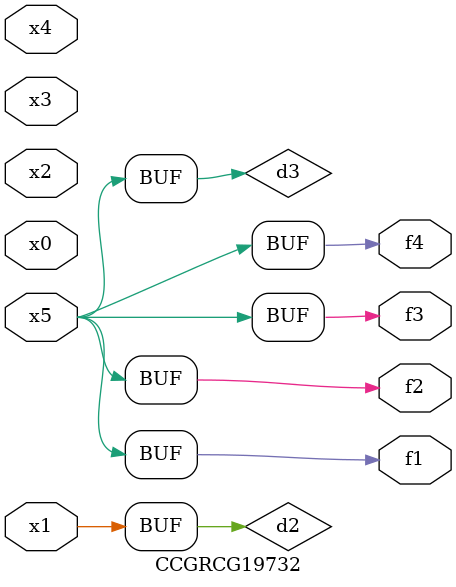
<source format=v>
module CCGRCG19732(
	input x0, x1, x2, x3, x4, x5,
	output f1, f2, f3, f4
);

	wire d1, d2, d3;

	not (d1, x5);
	or (d2, x1);
	xnor (d3, d1);
	assign f1 = d3;
	assign f2 = d3;
	assign f3 = d3;
	assign f4 = d3;
endmodule

</source>
